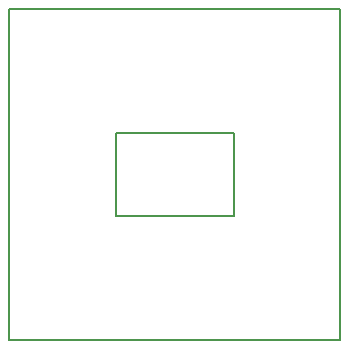
<source format=gm1>
G04 #@! TF.FileFunction,Profile,NP*
%FSLAX46Y46*%
G04 Gerber Fmt 4.6, Leading zero omitted, Abs format (unit mm)*
G04 Created by KiCad (PCBNEW 4.0.7-e2-6376~58~ubuntu16.04.1) date Mon May 21 22:34:23 2018*
%MOMM*%
%LPD*%
G01*
G04 APERTURE LIST*
%ADD10C,0.100000*%
%ADD11C,0.150000*%
G04 APERTURE END LIST*
D10*
D11*
X173000000Y-87750000D02*
X173000000Y-80750000D01*
X163000000Y-87750000D02*
X173000000Y-87750000D01*
X163000000Y-80750000D02*
X163000000Y-87750000D01*
X173000000Y-80750000D02*
X163000000Y-80750000D01*
X154000000Y-98250000D02*
X154000000Y-70250000D01*
X182000000Y-98250000D02*
X154000000Y-98250000D01*
X182000000Y-70250000D02*
X182000000Y-98250000D01*
X154000000Y-70250000D02*
X182000000Y-70250000D01*
M02*

</source>
